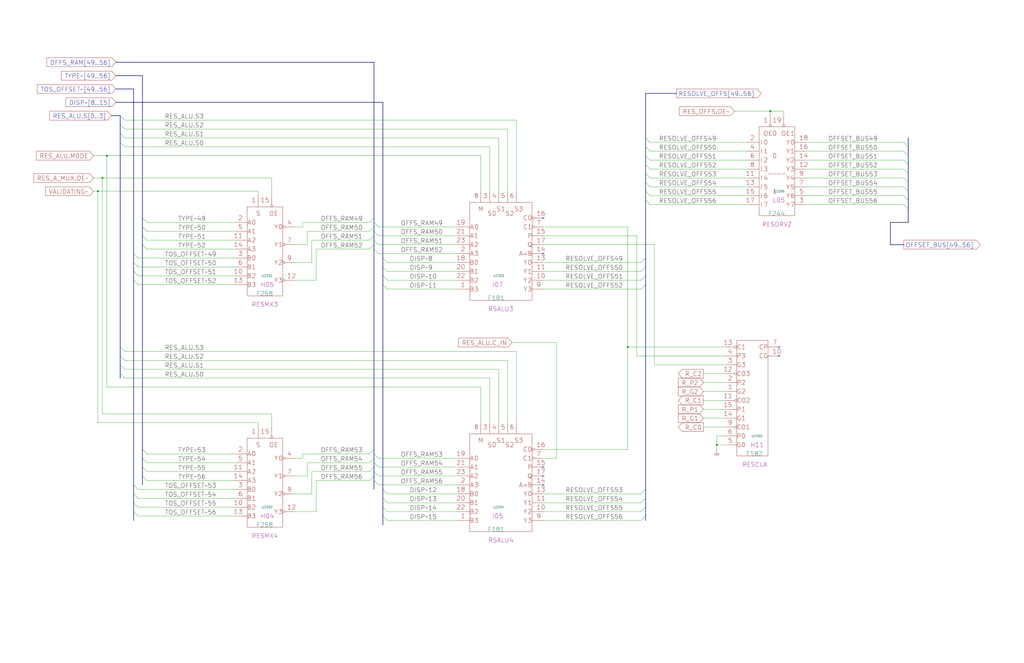
<source format=kicad_sch>
(kicad_sch (version 20211123) (generator eeschema)
  (paper "User" 584.2 378.46)
  (title_block (title "RESOLVE ALU BITS (49:56)") (date "22-MAY-90") (rev "1.0") (comment 1 "SEQUENCER") (comment 2 "232-003064") (comment 3 "S400") (comment 4 "RELEASED"))
  (lib_symbols
    (symbol "r1000:F181" (pin_numbers hide) (pin_names (offset 1.016) hide)
      (property "Reference" "U" (at 2.54 5.08 0))
      (property "Value" "F181" (at -3.81 -7.62 0))
      (property "Location" "___" (at -1.27 0 0))
      (property "Name" "______" (at 3.81 -15.24 0))
      (symbol "F181_1_1"
        (rectangle (start -13.97 46.99) (end 21.59 -8.89))
        (circle (center 22.225 33.02) (radius 0.635))
        (circle (center 22.225 38.1) (radius 0.635))
        (text "0" (at -17.78 10.16 0) (effects (font (size 2.54 2.54))))
        (text "0" (at -10.16 12.7 0) (effects (font (size 2.54 2.54))))
        (text "0" (at -10.16 33.02 0) (effects (font (size 2.54 2.54))))
        (text "0" (at 0 40.64 0) (effects (font (size 2.54 2.54))))
        (text "0" (at 20.32 12.7 0) (effects (font (size 2.54 2.54))))
        (text "0" (at 20.32 38.1 0) (effects (font (size 2.54 2.54))))
        (text "0" (at 27.94 5.08 0) (effects (font (size 2.54 2.54))))
        (text "1" (at -20.32 15.24 0) (effects (font (size 2.54 2.54))))
        (text "1" (at -20.32 35.56 0) (effects (font (size 2.54 2.54))))
        (text "1" (at -17.78 0 0) (effects (font (size 2.54 2.54))))
        (text "1" (at -17.78 30.48 0) (effects (font (size 2.54 2.54))))
        (text "1" (at -10.16 7.62 0) (effects (font (size 2.54 2.54))))
        (text "1" (at -10.16 27.94 0) (effects (font (size 2.54 2.54))))
        (text "1" (at 5.08 43.18 0) (effects (font (size 2.54 2.54))))
        (text "1" (at 20.32 7.62 0) (effects (font (size 2.54 2.54))))
        (text "1" (at 20.32 33.02 0) (effects (font (size 2.54 2.54))))
        (text "1" (at 25.4 5.08 0) (effects (font (size 2.54 2.54))))
        (text "1" (at 25.4 10.16 0) (effects (font (size 2.54 2.54))))
        (text "1" (at 25.4 15.24 0) (effects (font (size 2.54 2.54))))
        (text "1" (at 25.4 20.32 0) (effects (font (size 2.54 2.54))))
        (text "1" (at 25.4 25.4 0) (effects (font (size 2.54 2.54))))
        (text "1" (at 25.4 30.48 0) (effects (font (size 2.54 2.54))))
        (text "1" (at 25.4 40.64 0) (effects (font (size 2.54 2.54))))
        (text "1" (at 27.94 10.16 0) (effects (font (size 2.54 2.54))))
        (text "2" (at -20.32 5.08 0) (effects (font (size 2.54 2.54))))
        (text "2" (at -20.32 10.16 0) (effects (font (size 2.54 2.54))))
        (text "2" (at -20.32 25.4 0) (effects (font (size 2.54 2.54))))
        (text "2" (at -20.32 30.48 0) (effects (font (size 2.54 2.54))))
        (text "2" (at -17.78 5.08 0) (effects (font (size 2.54 2.54))))
        (text "2" (at -17.78 20.32 0) (effects (font (size 2.54 2.54))))
        (text "2" (at -10.16 2.54 0) (effects (font (size 2.54 2.54))))
        (text "2" (at -10.16 22.86 0) (effects (font (size 2.54 2.54))))
        (text "2" (at 10.16 40.64 0) (effects (font (size 2.54 2.54))))
        (text "2" (at 20.32 2.54 0) (effects (font (size 2.54 2.54))))
        (text "3" (at -17.78 25.4 0) (effects (font (size 2.54 2.54))))
        (text "3" (at -10.16 -2.54 0) (effects (font (size 2.54 2.54))))
        (text "3" (at -10.16 17.78 0) (effects (font (size 2.54 2.54))))
        (text "3" (at -5.08 50.8 0) (effects (font (size 2.54 2.54))))
        (text "3" (at 15.24 43.18 0) (effects (font (size 2.54 2.54))))
        (text "3" (at 20.32 -2.54 0) (effects (font (size 2.54 2.54))))
        (text "3" (at 27.94 15.24 0) (effects (font (size 2.54 2.54))))
        (text "4" (at 0 50.8 0) (effects (font (size 2.54 2.54))))
        (text "4" (at 27.94 20.32 0) (effects (font (size 2.54 2.54))))
        (text "5" (at 5.08 50.8 0) (effects (font (size 2.54 2.54))))
        (text "5" (at 27.94 30.48 0) (effects (font (size 2.54 2.54))))
        (text "6" (at 10.16 50.8 0) (effects (font (size 2.54 2.54))))
        (text "6" (at 27.94 40.64 0) (effects (font (size 2.54 2.54))))
        (text "7" (at 25.4 35.56 0) (effects (font (size 2.54 2.54))))
        (text "7" (at 27.94 25.4 0) (effects (font (size 2.54 2.54))))
        (text "8" (at -17.78 15.24 0) (effects (font (size 2.54 2.54))))
        (text "8" (at -10.16 50.8 0) (effects (font (size 2.54 2.54))))
        (text "9" (at -17.78 35.56 0) (effects (font (size 2.54 2.54))))
        (text "9" (at 25.4 0 0) (effects (font (size 2.54 2.54))))
        (text "=" (at 17.78 17.78 0) (effects (font (size 2.54 2.54))))
        (text "A" (at -12.7 17.78 0) (effects (font (size 2.54 2.54))))
        (text "A" (at -12.7 22.86 0) (effects (font (size 2.54 2.54))))
        (text "A" (at -12.7 27.94 0) (effects (font (size 2.54 2.54))))
        (text "A" (at -12.7 33.02 0) (effects (font (size 2.54 2.54))))
        (text "A" (at 15.24 17.78 0) (effects (font (size 2.54 2.54))))
        (text "B" (at -12.7 -2.54 0) (effects (font (size 2.54 2.54))))
        (text "B" (at -12.7 2.54 0) (effects (font (size 2.54 2.54))))
        (text "B" (at -12.7 7.62 0) (effects (font (size 2.54 2.54))))
        (text "B" (at -12.7 12.7 0) (effects (font (size 2.54 2.54))))
        (text "B" (at 20.32 17.78 0) (effects (font (size 2.54 2.54))))
        (text "C" (at 17.78 33.02 0) (effects (font (size 2.54 2.54))))
        (text "C" (at 17.78 38.1 0) (effects (font (size 2.54 2.54))))
        (text "M" (at -7.62 43.18 0) (effects (font (size 2.54 2.54))))
        (text "P" (at 20.32 27.94 0) (effects (font (size 2.54 2.54))))
        (text "Q" (at 20.32 22.86 0) (effects (font (size 2.54 2.54))))
        (text "S" (at -2.54 40.64 0) (effects (font (size 2.54 2.54))))
        (text "S" (at 2.54 43.18 0) (effects (font (size 2.54 2.54))))
        (text "S" (at 7.62 40.64 0) (effects (font (size 2.54 2.54))))
        (text "S" (at 12.7 43.18 0) (effects (font (size 2.54 2.54))))
        (text "Y" (at 17.78 -2.54 0) (effects (font (size 2.54 2.54))))
        (text "Y" (at 17.78 2.54 0) (effects (font (size 2.54 2.54))))
        (text "Y" (at 17.78 7.62 0) (effects (font (size 2.54 2.54))))
        (text "Y" (at 17.78 12.7 0) (effects (font (size 2.54 2.54))))
        (pin input line (at -20.32 -2.54 0) (length 6.35) (name "B3") (number "1"))
        (pin output line (at 27.94 2.54 180) (length 6.35) (name "Y2") (number "10"))
        (pin output line (at 27.94 7.62 180) (length 6.35) (name "Y1") (number "11"))
        (pin output line (at 27.94 12.7 180) (length 6.35) (name "Y0") (number "13"))
        (pin tri_state line (at 27.94 17.78 180) (length 6.35) (name "A=B") (number "14"))
        (pin output line (at 27.94 27.94 180) (length 6.35) (name "P") (number "15"))
        (pin output line (at 27.94 38.1 180) (length 5.08) (name "C0_") (number "16"))
        (pin output line (at 27.94 22.86 180) (length 6.35) (name "Q") (number "17"))
        (pin input line (at -20.32 12.7 0) (length 6.35) (name "B0") (number "18"))
        (pin input line (at -20.32 33.02 0) (length 6.35) (name "A0") (number "19"))
        (pin input line (at -20.32 17.78 0) (length 6.35) (name "A3") (number "2"))
        (pin input line (at -20.32 7.62 0) (length 6.35) (name "B1") (number "20"))
        (pin input line (at -20.32 27.94 0) (length 6.35) (name "A1") (number "21"))
        (pin input line (at -20.32 2.54 0) (length 6.35) (name "B2") (number "22"))
        (pin input line (at -20.32 22.86 0) (length 6.35) (name "A2") (number "23"))
        (pin input line (at -2.54 53.34 270) (length 6.35) (name "S0") (number "3"))
        (pin input line (at 2.54 53.34 270) (length 6.35) (name "S1") (number "4"))
        (pin input line (at 7.62 53.34 270) (length 6.35) (name "S2") (number "5"))
        (pin input line (at 12.7 53.34 270) (length 6.35) (name "S3") (number "6"))
        (pin input line (at 27.94 33.02 180) (length 5.08) (name "C1_") (number "7"))
        (pin input line (at -7.62 53.34 270) (length 6.35) (name "M") (number "8"))
        (pin output line (at 27.94 -2.54 180) (length 6.35) (name "Y3") (number "9"))
      )
    )
    (symbol "r1000:F182" (pin_numbers hide) (pin_names (offset 1.016) hide)
      (property "Reference" "U" (at 2.54 5.08 0))
      (property "Value" "F182" (at -3.81 -5.08 0))
      (property "Location" "___" (at -1.27 0 0))
      (property "Name" "______" (at 1.27 -12.7 0))
      (symbol "F182_1_1"
        (circle (center -9.525 10.16) (radius 0.635))
        (circle (center -9.525 25.4) (radius 0.635))
        (circle (center -9.525 40.64) (radius 0.635))
        (circle (center -9.525 55.88) (radius 0.635))
        (rectangle (start -8.89 59.69) (end 8.89 -6.35))
        (text "0" (at -5.08 0 0) (effects (font (size 2.54 2.54))))
        (text "0" (at -5.08 5.08 0) (effects (font (size 2.54 2.54))))
        (text "0" (at 15.24 53.34 0) (effects (font (size 2.54 2.54))))
        (text "1" (at -15.24 17.78 0) (effects (font (size 2.54 2.54))))
        (text "1" (at -15.24 22.86 0) (effects (font (size 2.54 2.54))))
        (text "1" (at -15.24 27.94 0) (effects (font (size 2.54 2.54))))
        (text "1" (at -15.24 43.18 0) (effects (font (size 2.54 2.54))))
        (text "1" (at -15.24 58.42 0) (effects (font (size 2.54 2.54))))
        (text "1" (at -12.7 27.94 0) (effects (font (size 2.54 2.54))))
        (text "1" (at -12.7 33.02 0) (effects (font (size 2.54 2.54))))
        (text "1" (at -5.08 15.24 0) (effects (font (size 2.54 2.54))))
        (text "1" (at -5.08 20.32 0) (effects (font (size 2.54 2.54))))
        (text "1" (at -5.08 55.88 0) (effects (font (size 2.54 2.54))))
        (text "1" (at -2.54 10.16 0) (effects (font (size 2.54 2.54))))
        (text "1" (at 12.7 53.34 0) (effects (font (size 2.54 2.54))))
        (text "2" (at -12.7 38.1 0) (effects (font (size 2.54 2.54))))
        (text "2" (at -12.7 43.18 0) (effects (font (size 2.54 2.54))))
        (text "2" (at -5.08 30.48 0) (effects (font (size 2.54 2.54))))
        (text "2" (at -5.08 35.56 0) (effects (font (size 2.54 2.54))))
        (text "2" (at -2.54 25.4 0) (effects (font (size 2.54 2.54))))
        (text "3" (at -12.7 48.26 0) (effects (font (size 2.54 2.54))))
        (text "3" (at -12.7 58.42 0) (effects (font (size 2.54 2.54))))
        (text "3" (at -5.08 45.72 0) (effects (font (size 2.54 2.54))))
        (text "3" (at -5.08 50.8 0) (effects (font (size 2.54 2.54))))
        (text "3" (at -2.54 40.64 0) (effects (font (size 2.54 2.54))))
        (text "4" (at -12.7 17.78 0) (effects (font (size 2.54 2.54))))
        (text "4" (at -12.7 53.34 0) (effects (font (size 2.54 2.54))))
        (text "5" (at -12.7 2.54 0) (effects (font (size 2.54 2.54))))
        (text "5" (at -12.7 22.86 0) (effects (font (size 2.54 2.54))))
        (text "6" (at -12.7 7.62 0) (effects (font (size 2.54 2.54))))
        (text "7" (at 12.7 58.42 0) (effects (font (size 2.54 2.54))))
        (text "9" (at -12.7 12.7 0) (effects (font (size 2.54 2.54))))
        (text "C" (at -7.62 10.16 0) (effects (font (size 2.54 2.54))))
        (text "C" (at -7.62 25.4 0) (effects (font (size 2.54 2.54))))
        (text "C" (at -7.62 40.64 0) (effects (font (size 2.54 2.54))))
        (text "C" (at -7.62 55.88 0) (effects (font (size 2.54 2.54))))
        (text "C" (at 5.08 50.8 0) (effects (font (size 2.54 2.54))))
        (text "C" (at 5.08 55.88 0) (effects (font (size 2.54 2.54))))
        (text "G" (at -7.62 0 0) (effects (font (size 2.54 2.54))))
        (text "G" (at -7.62 15.24 0) (effects (font (size 2.54 2.54))))
        (text "G" (at -7.62 30.48 0) (effects (font (size 2.54 2.54))))
        (text "G" (at -7.62 45.72 0) (effects (font (size 2.54 2.54))))
        (text "G" (at 7.62 50.8 0) (effects (font (size 2.54 2.54))))
        (text "O" (at -5.08 10.16 0) (effects (font (size 2.54 2.54))))
        (text "O" (at -5.08 25.4 0) (effects (font (size 2.54 2.54))))
        (text "O" (at -5.08 40.64 0) (effects (font (size 2.54 2.54))))
        (text "P" (at -7.62 5.08 0) (effects (font (size 2.54 2.54))))
        (text "P" (at -7.62 20.32 0) (effects (font (size 2.54 2.54))))
        (text "P" (at -7.62 35.56 0) (effects (font (size 2.54 2.54))))
        (text "P" (at -7.62 50.8 0) (effects (font (size 2.54 2.54))))
        (text "P" (at 7.62 55.88 0) (effects (font (size 2.54 2.54))))
        (pin input line (at -15.24 30.48 0) (length 6.35) (name "G2") (number "1"))
        (pin output line (at 15.24 50.8 180) (length 6.35) (name "CG") (number "10"))
        (pin output line (at -15.24 25.4 0) (length 5.08) (name "CO2_") (number "11"))
        (pin output line (at -15.24 40.64 0) (length 5.08) (name "CO3_") (number "12"))
        (pin input line (at -15.24 55.88 0) (length 5.08) (name "C1_") (number "13"))
        (pin input line (at -15.24 15.24 0) (length 6.35) (name "G1") (number "14"))
        (pin input line (at -15.24 20.32 0) (length 6.35) (name "P1") (number "15"))
        (pin input line (at -15.24 35.56 0) (length 6.35) (name "P2") (number "2"))
        (pin input line (at -15.24 45.72 0) (length 6.35) (name "G3") (number "3"))
        (pin input line (at -15.24 50.8 0) (length 6.35) (name "P3") (number "4"))
        (pin input line (at -15.24 0 0) (length 6.35) (name "G0") (number "5"))
        (pin input line (at -15.24 5.08 0) (length 6.35) (name "P0") (number "6"))
        (pin output line (at 15.24 55.88 180) (length 6.35) (name "CP") (number "7"))
        (pin output line (at -15.24 10.16 0) (length 5.08) (name "CO1_") (number "9"))
      )
    )
    (symbol "r1000:F244" (pin_numbers hide) (pin_names (offset 1.016) hide)
      (property "Reference" "U" (at 2.54 5.08 0))
      (property "Value" "F244" (at -3.81 -7.62 0))
      (property "Location" "___" (at -1.27 0 0))
      (property "Name" "______" (at 1.27 -15.24 0))
      (symbol "F244_1_1"
        (rectangle (start -8.89 41.91) (end 11.43 -8.89))
        (circle (center -2.54 42.545) (radius 0.635))
        (circle (center 5.08 42.545) (radius 0.635))
        (text "-" (at -2.54 15.24 0) (effects (font (size 2.54 2.54))))
        (text "-" (at 0 15.24 0) (effects (font (size 2.54 2.54))))
        (text "-" (at 2.54 15.24 0) (effects (font (size 2.54 2.54))))
        (text "-" (at 5.08 15.24 0) (effects (font (size 2.54 2.54))))
        (text "0" (at -5.08 33.02 0) (effects (font (size 2.54 2.54))))
        (text "0" (at 0 25.4 0) (effects (font (size 2.54 2.54))))
        (text "0" (at 0 38.1 0) (effects (font (size 2.54 2.54))))
        (text "0" (at 10.16 33.02 0) (effects (font (size 2.54 2.54))))
        (text "1" (at -15.24 0 0) (effects (font (size 2.54 2.54))))
        (text "1" (at -15.24 5.08 0) (effects (font (size 2.54 2.54))))
        (text "1" (at -15.24 10.16 0) (effects (font (size 2.54 2.54))))
        (text "1" (at -15.24 15.24 0) (effects (font (size 2.54 2.54))))
        (text "1" (at -12.7 15.24 0) (effects (font (size 2.54 2.54))))
        (text "1" (at -5.08 27.94 0) (effects (font (size 2.54 2.54))))
        (text "1" (at -5.08 45.72 0) (effects (font (size 2.54 2.54))))
        (text "1" (at 0 5.08 0) (effects (font (size 2.54 2.54))))
        (text "1" (at 0 45.72 0) (effects (font (size 2.54 2.54))))
        (text "1" (at 10.16 27.94 0) (effects (font (size 2.54 2.54))))
        (text "1" (at 10.16 38.1 0) (effects (font (size 2.54 2.54))))
        (text "1" (at 15.24 20.32 0) (effects (font (size 2.54 2.54))))
        (text "1" (at 15.24 25.4 0) (effects (font (size 2.54 2.54))))
        (text "1" (at 15.24 30.48 0) (effects (font (size 2.54 2.54))))
        (text "1" (at 15.24 35.56 0) (effects (font (size 2.54 2.54))))
        (text "2" (at -12.7 35.56 0) (effects (font (size 2.54 2.54))))
        (text "2" (at -5.08 22.86 0) (effects (font (size 2.54 2.54))))
        (text "2" (at 10.16 22.86 0) (effects (font (size 2.54 2.54))))
        (text "2" (at 17.78 20.32 0) (effects (font (size 2.54 2.54))))
        (text "3" (at -12.7 10.16 0) (effects (font (size 2.54 2.54))))
        (text "3" (at -5.08 17.78 0) (effects (font (size 2.54 2.54))))
        (text "3" (at 10.16 17.78 0) (effects (font (size 2.54 2.54))))
        (text "3" (at 15.24 0 0) (effects (font (size 2.54 2.54))))
        (text "4" (at -12.7 30.48 0) (effects (font (size 2.54 2.54))))
        (text "4" (at -5.08 12.7 0) (effects (font (size 2.54 2.54))))
        (text "4" (at 10.16 12.7 0) (effects (font (size 2.54 2.54))))
        (text "4" (at 17.78 25.4 0) (effects (font (size 2.54 2.54))))
        (text "5" (at -12.7 5.08 0) (effects (font (size 2.54 2.54))))
        (text "5" (at -5.08 7.62 0) (effects (font (size 2.54 2.54))))
        (text "5" (at 10.16 7.62 0) (effects (font (size 2.54 2.54))))
        (text "5" (at 15.24 5.08 0) (effects (font (size 2.54 2.54))))
        (text "6" (at -12.7 25.4 0) (effects (font (size 2.54 2.54))))
        (text "6" (at -5.08 2.54 0) (effects (font (size 2.54 2.54))))
        (text "6" (at 10.16 2.54 0) (effects (font (size 2.54 2.54))))
        (text "6" (at 17.78 30.48 0) (effects (font (size 2.54 2.54))))
        (text "7" (at -12.7 0 0) (effects (font (size 2.54 2.54))))
        (text "7" (at -5.08 -2.54 0) (effects (font (size 2.54 2.54))))
        (text "7" (at 10.16 -2.54 0) (effects (font (size 2.54 2.54))))
        (text "7" (at 15.24 10.16 0) (effects (font (size 2.54 2.54))))
        (text "8" (at -12.7 20.32 0) (effects (font (size 2.54 2.54))))
        (text "8" (at 17.78 35.56 0) (effects (font (size 2.54 2.54))))
        (text "9" (at 2.54 45.72 0) (effects (font (size 2.54 2.54))))
        (text "9" (at 15.24 15.24 0) (effects (font (size 2.54 2.54))))
        (text "E" (at -2.54 38.1 0) (effects (font (size 2.54 2.54))))
        (text "E" (at 7.62 38.1 0) (effects (font (size 2.54 2.54))))
        (text "I" (at -7.62 -2.54 0) (effects (font (size 2.54 2.54))))
        (text "I" (at -7.62 2.54 0) (effects (font (size 2.54 2.54))))
        (text "I" (at -7.62 7.62 0) (effects (font (size 2.54 2.54))))
        (text "I" (at -7.62 12.7 0) (effects (font (size 2.54 2.54))))
        (text "I" (at -7.62 17.78 0) (effects (font (size 2.54 2.54))))
        (text "I" (at -7.62 22.86 0) (effects (font (size 2.54 2.54))))
        (text "I" (at -7.62 27.94 0) (effects (font (size 2.54 2.54))))
        (text "I" (at -7.62 33.02 0) (effects (font (size 2.54 2.54))))
        (text "O" (at -5.08 38.1 0) (effects (font (size 2.54 2.54))))
        (text "O" (at 5.08 38.1 0) (effects (font (size 2.54 2.54))))
        (text "Y" (at 7.62 -2.54 0) (effects (font (size 2.54 2.54))))
        (text "Y" (at 7.62 2.54 0) (effects (font (size 2.54 2.54))))
        (text "Y" (at 7.62 7.62 0) (effects (font (size 2.54 2.54))))
        (text "Y" (at 7.62 12.7 0) (effects (font (size 2.54 2.54))))
        (text "Y" (at 7.62 17.78 0) (effects (font (size 2.54 2.54))))
        (text "Y" (at 7.62 22.86 0) (effects (font (size 2.54 2.54))))
        (text "Y" (at 7.62 27.94 0) (effects (font (size 2.54 2.54))))
        (text "Y" (at 7.62 33.02 0) (effects (font (size 2.54 2.54))))
        (pin input line (at -2.54 48.26 270) (length 5.08) (name "OE0_") (number "1"))
        (pin input line (at -15.24 12.7 0) (length 6.35) (name "I4") (number "11"))
        (pin tri_state line (at 17.78 17.78 180) (length 6.35) (name "Y3") (number "12"))
        (pin input line (at -15.24 7.62 0) (length 6.35) (name "I5") (number "13"))
        (pin tri_state line (at 17.78 22.86 180) (length 6.35) (name "Y2") (number "14"))
        (pin input line (at -15.24 2.54 0) (length 6.35) (name "I6") (number "15"))
        (pin tri_state line (at 17.78 27.94 180) (length 6.35) (name "Y1") (number "16"))
        (pin input line (at -15.24 -2.54 0) (length 6.35) (name "I7") (number "17"))
        (pin tri_state line (at 17.78 33.02 180) (length 6.35) (name "Y0") (number "18"))
        (pin input line (at 5.08 48.26 270) (length 5.08) (name "OE1_") (number "19"))
        (pin input line (at -15.24 33.02 0) (length 6.35) (name "I0") (number "2"))
        (pin tri_state line (at 17.78 -2.54 180) (length 6.35) (name "Y7") (number "3"))
        (pin input line (at -15.24 27.94 0) (length 6.35) (name "I1") (number "4"))
        (pin tri_state line (at 17.78 2.54 180) (length 6.35) (name "Y6") (number "5"))
        (pin input line (at -15.24 22.86 0) (length 6.35) (name "I2") (number "6"))
        (pin tri_state line (at 17.78 7.62 180) (length 6.35) (name "Y5") (number "7"))
        (pin input line (at -15.24 17.78 0) (length 6.35) (name "I3") (number "8"))
        (pin tri_state line (at 17.78 12.7 180) (length 6.35) (name "Y4") (number "9"))
      )
    )
    (symbol "r1000:F258" (pin_numbers hide) (pin_names (offset 1.016) hide)
      (property "Reference" "U" (at 2.54 5.08 0))
      (property "Value" "F258" (at -3.81 -5.08 0))
      (property "Location" "___" (at -1.27 0 0))
      (property "Name" "______" (at 1.27 -12.7 0))
      (symbol "F258_1_1"
        (rectangle (start -8.89 44.45) (end 11.43 -6.35))
        (circle (center 5.08 45.085) (radius 0.635))
        (circle (center 12.065 2.54) (radius 0.635))
        (circle (center 12.065 12.7) (radius 0.635))
        (circle (center 12.065 22.86) (radius 0.635))
        (circle (center 12.065 33.02) (radius 0.635))
        (text "0" (at -12.7 7.62 0) (effects (font (size 2.54 2.54))))
        (text "0" (at -5.08 15.24 0) (effects (font (size 2.54 2.54))))
        (text "0" (at -5.08 35.56 0) (effects (font (size 2.54 2.54))))
        (text "0" (at 10.16 33.02 0) (effects (font (size 2.54 2.54))))
        (text "1" (at -15.24 2.54 0) (effects (font (size 2.54 2.54))))
        (text "1" (at -15.24 7.62 0) (effects (font (size 2.54 2.54))))
        (text "1" (at -15.24 22.86 0) (effects (font (size 2.54 2.54))))
        (text "1" (at -15.24 27.94 0) (effects (font (size 2.54 2.54))))
        (text "1" (at -12.7 27.94 0) (effects (font (size 2.54 2.54))))
        (text "1" (at -5.08 10.16 0) (effects (font (size 2.54 2.54))))
        (text "1" (at -5.08 30.48 0) (effects (font (size 2.54 2.54))))
        (text "1" (at -5.08 48.26 0) (effects (font (size 2.54 2.54))))
        (text "1" (at 0 48.26 0) (effects (font (size 2.54 2.54))))
        (text "1" (at 10.16 22.86 0) (effects (font (size 2.54 2.54))))
        (text "1" (at 15.24 5.08 0) (effects (font (size 2.54 2.54))))
        (text "2" (at -12.7 38.1 0) (effects (font (size 2.54 2.54))))
        (text "2" (at -5.08 5.08 0) (effects (font (size 2.54 2.54))))
        (text "2" (at -5.08 25.4 0) (effects (font (size 2.54 2.54))))
        (text "2" (at 10.16 12.7 0) (effects (font (size 2.54 2.54))))
        (text "2" (at 17.78 5.08 0) (effects (font (size 2.54 2.54))))
        (text "3" (at -12.7 2.54 0) (effects (font (size 2.54 2.54))))
        (text "3" (at -12.7 17.78 0) (effects (font (size 2.54 2.54))))
        (text "3" (at -5.08 0 0) (effects (font (size 2.54 2.54))))
        (text "3" (at -5.08 20.32 0) (effects (font (size 2.54 2.54))))
        (text "3" (at 10.16 2.54 0) (effects (font (size 2.54 2.54))))
        (text "4" (at -12.7 22.86 0) (effects (font (size 2.54 2.54))))
        (text "4" (at 15.24 35.56 0) (effects (font (size 2.54 2.54))))
        (text "5" (at -12.7 33.02 0) (effects (font (size 2.54 2.54))))
        (text "5" (at 2.54 48.26 0) (effects (font (size 2.54 2.54))))
        (text "6" (at -12.7 12.7 0) (effects (font (size 2.54 2.54))))
        (text "7" (at 15.24 25.4 0) (effects (font (size 2.54 2.54))))
        (text "9" (at 15.24 15.24 0) (effects (font (size 2.54 2.54))))
        (text "A" (at -7.62 20.32 0) (effects (font (size 2.54 2.54))))
        (text "A" (at -7.62 25.4 0) (effects (font (size 2.54 2.54))))
        (text "A" (at -7.62 30.48 0) (effects (font (size 2.54 2.54))))
        (text "A" (at -7.62 35.56 0) (effects (font (size 2.54 2.54))))
        (text "B" (at -7.62 0 0) (effects (font (size 2.54 2.54))))
        (text "B" (at -7.62 5.08 0) (effects (font (size 2.54 2.54))))
        (text "B" (at -7.62 10.16 0) (effects (font (size 2.54 2.54))))
        (text "B" (at -7.62 15.24 0) (effects (font (size 2.54 2.54))))
        (text "E" (at 7.62 40.64 0) (effects (font (size 2.54 2.54))))
        (text "O" (at 5.08 40.64 0) (effects (font (size 2.54 2.54))))
        (text "S" (at -2.54 40.64 0) (effects (font (size 2.54 2.54))))
        (text "Y" (at 7.62 2.54 0) (effects (font (size 2.54 2.54))))
        (text "Y" (at 7.62 12.7 0) (effects (font (size 2.54 2.54))))
        (text "Y" (at 7.62 22.86 0) (effects (font (size 2.54 2.54))))
        (text "Y" (at 7.62 33.02 0) (effects (font (size 2.54 2.54))))
        (pin input line (at -2.54 50.8 270) (length 6.35) (name "S") (number "1"))
        (pin input line (at -15.24 5.08 0) (length 6.35) (name "B2") (number "10"))
        (pin input line (at -15.24 25.4 0) (length 6.35) (name "A2") (number "11"))
        (pin tri_state line (at 17.78 2.54 180) (length 5.08) (name "Y3_") (number "12"))
        (pin input line (at -15.24 0 0) (length 6.35) (name "B3") (number "13"))
        (pin input line (at -15.24 20.32 0) (length 6.35) (name "A3") (number "14"))
        (pin input line (at 5.08 50.8 270) (length 5.08) (name "OE_") (number "15"))
        (pin input line (at -15.24 35.56 0) (length 6.35) (name "A0") (number "2"))
        (pin input line (at -15.24 15.24 0) (length 6.35) (name "B0") (number "3"))
        (pin tri_state line (at 17.78 33.02 180) (length 5.08) (name "Y0_") (number "4"))
        (pin input line (at -15.24 30.48 0) (length 6.35) (name "A1") (number "5"))
        (pin input line (at -15.24 10.16 0) (length 6.35) (name "B1") (number "6"))
        (pin tri_state line (at 17.78 22.86 180) (length 5.08) (name "Y1_") (number "7"))
        (pin tri_state line (at 17.78 12.7 180) (length 5.08) (name "Y2_") (number "9"))
      )
    )
    (symbol "r1000:PD" (power) (pin_numbers hide) (pin_names hide) (in_bom no)
      (symbol "PD_0_1"
        (polyline (pts (xy 0 -2.54) (xy 1.27 -2.54) (xy 0 -3.81) (xy -1.27 -2.54) (xy 0 -2.54)) (stroke (width 0.1524)))
      )
      (symbol "PD_1_1"
        (pin power_in line (at 0 0 270) (length 2.54) (name "PD") (number "1"))
      )
    )
  )
  (bus (pts (xy 213.36 124.46) (xy 213.36 127)))
  (bus (pts (xy 213.36 127) (xy 213.36 129.54)))
  (bus (pts (xy 213.36 129.54) (xy 213.36 132.08)))
  (bus (pts (xy 213.36 132.08) (xy 213.36 134.62)))
  (bus (pts (xy 213.36 134.62) (xy 213.36 137.16)))
  (bus (pts (xy 213.36 137.16) (xy 213.36 139.7)))
  (bus (pts (xy 213.36 139.7) (xy 213.36 142.24)))
  (bus (pts (xy 213.36 142.24) (xy 213.36 256.54)))
  (bus (pts (xy 213.36 256.54) (xy 213.36 259.08)))
  (bus (pts (xy 213.36 259.08) (xy 213.36 261.62)))
  (bus (pts (xy 213.36 261.62) (xy 213.36 264.16)))
  (bus (pts (xy 213.36 264.16) (xy 213.36 266.7)))
  (bus (pts (xy 213.36 266.7) (xy 213.36 269.24)))
  (bus (pts (xy 213.36 269.24) (xy 213.36 271.78)))
  (bus (pts (xy 213.36 271.78) (xy 213.36 274.32)))
  (bus (pts (xy 213.36 274.32) (xy 213.36 279.4)))
  (bus (pts (xy 213.36 35.56) (xy 213.36 124.46)))
  (bus (pts (xy 218.44 147.32) (xy 218.44 152.4)))
  (bus (pts (xy 218.44 152.4) (xy 218.44 157.48)))
  (bus (pts (xy 218.44 157.48) (xy 218.44 162.56)))
  (bus (pts (xy 218.44 162.56) (xy 218.44 279.4)))
  (bus (pts (xy 218.44 279.4) (xy 218.44 284.48)))
  (bus (pts (xy 218.44 284.48) (xy 218.44 289.56)))
  (bus (pts (xy 218.44 289.56) (xy 218.44 294.64)))
  (bus (pts (xy 218.44 294.64) (xy 218.44 299.72)))
  (bus (pts (xy 218.44 58.42) (xy 218.44 147.32)))
  (bus (pts (xy 368.3 104.14) (xy 368.3 109.22)))
  (bus (pts (xy 368.3 109.22) (xy 368.3 114.3)))
  (bus (pts (xy 368.3 114.3) (xy 368.3 147.32)))
  (bus (pts (xy 368.3 147.32) (xy 368.3 152.4)))
  (bus (pts (xy 368.3 152.4) (xy 368.3 157.48)))
  (bus (pts (xy 368.3 157.48) (xy 368.3 162.56)))
  (bus (pts (xy 368.3 162.56) (xy 368.3 279.4)))
  (bus (pts (xy 368.3 279.4) (xy 368.3 284.48)))
  (bus (pts (xy 368.3 284.48) (xy 368.3 289.56)))
  (bus (pts (xy 368.3 289.56) (xy 368.3 294.64)))
  (bus (pts (xy 368.3 294.64) (xy 368.3 297.18)))
  (bus (pts (xy 368.3 53.34) (xy 368.3 78.74)))
  (bus (pts (xy 368.3 53.34) (xy 386.08 53.34)))
  (bus (pts (xy 368.3 78.74) (xy 368.3 83.82)))
  (bus (pts (xy 368.3 83.82) (xy 368.3 88.9)))
  (bus (pts (xy 368.3 88.9) (xy 368.3 93.98)))
  (bus (pts (xy 368.3 93.98) (xy 368.3 99.06)))
  (bus (pts (xy 368.3 99.06) (xy 368.3 104.14)))
  (bus (pts (xy 508 127) (xy 518.16 127)))
  (bus (pts (xy 508 139.7) (xy 508 127)))
  (bus (pts (xy 508 139.7) (xy 515.62 139.7)))
  (bus (pts (xy 518.16 104.14) (xy 518.16 109.22)))
  (bus (pts (xy 518.16 109.22) (xy 518.16 114.3)))
  (bus (pts (xy 518.16 114.3) (xy 518.16 119.38)))
  (bus (pts (xy 518.16 119.38) (xy 518.16 127)))
  (bus (pts (xy 518.16 78.74) (xy 518.16 83.82)))
  (bus (pts (xy 518.16 83.82) (xy 518.16 88.9)))
  (bus (pts (xy 518.16 88.9) (xy 518.16 93.98)))
  (bus (pts (xy 518.16 93.98) (xy 518.16 99.06)))
  (bus (pts (xy 518.16 99.06) (xy 518.16 104.14)))
  (bus (pts (xy 63.5 66.04) (xy 68.58 66.04)))
  (bus (pts (xy 66.04 35.56) (xy 213.36 35.56)))
  (bus (pts (xy 66.04 43.18) (xy 81.28 43.18)))
  (bus (pts (xy 66.04 50.8) (xy 76.2 50.8)))
  (bus (pts (xy 66.04 58.42) (xy 218.44 58.42)))
  (bus (pts (xy 68.58 198.12) (xy 68.58 203.2)))
  (bus (pts (xy 68.58 203.2) (xy 68.58 208.28)))
  (bus (pts (xy 68.58 208.28) (xy 68.58 213.36)))
  (bus (pts (xy 68.58 213.36) (xy 68.58 215.9)))
  (bus (pts (xy 68.58 66.04) (xy 68.58 71.12)))
  (bus (pts (xy 68.58 71.12) (xy 68.58 76.2)))
  (bus (pts (xy 68.58 76.2) (xy 68.58 81.28)))
  (bus (pts (xy 68.58 81.28) (xy 68.58 198.12)))
  (bus (pts (xy 76.2 144.78) (xy 76.2 149.86)))
  (bus (pts (xy 76.2 149.86) (xy 76.2 154.94)))
  (bus (pts (xy 76.2 154.94) (xy 76.2 160.02)))
  (bus (pts (xy 76.2 160.02) (xy 76.2 276.86)))
  (bus (pts (xy 76.2 276.86) (xy 76.2 281.94)))
  (bus (pts (xy 76.2 281.94) (xy 76.2 287.02)))
  (bus (pts (xy 76.2 287.02) (xy 76.2 292.1)))
  (bus (pts (xy 76.2 292.1) (xy 76.2 297.18)))
  (bus (pts (xy 76.2 50.8) (xy 76.2 144.78)))
  (bus (pts (xy 81.28 124.46) (xy 81.28 129.54)))
  (bus (pts (xy 81.28 129.54) (xy 81.28 134.62)))
  (bus (pts (xy 81.28 134.62) (xy 81.28 139.7)))
  (bus (pts (xy 81.28 139.7) (xy 81.28 256.54)))
  (bus (pts (xy 81.28 256.54) (xy 81.28 261.62)))
  (bus (pts (xy 81.28 261.62) (xy 81.28 266.7)))
  (bus (pts (xy 81.28 266.7) (xy 81.28 271.78)))
  (bus (pts (xy 81.28 271.78) (xy 81.28 276.86)))
  (bus (pts (xy 81.28 43.18) (xy 81.28 124.46)))
  (wire (pts (xy 147.32 109.22) (xy 147.32 111.76)))
  (wire (pts (xy 147.32 241.3) (xy 55.88 241.3)))
  (wire (pts (xy 147.32 243.84) (xy 147.32 241.3)))
  (wire (pts (xy 154.94 101.6) (xy 154.94 111.76)))
  (wire (pts (xy 154.94 236.22) (xy 58.42 236.22)))
  (wire (pts (xy 154.94 243.84) (xy 154.94 236.22)))
  (wire (pts (xy 167.64 129.54) (xy 172.72 129.54)))
  (wire (pts (xy 167.64 139.7) (xy 175.26 139.7)))
  (wire (pts (xy 167.64 149.86) (xy 177.8 149.86)))
  (wire (pts (xy 167.64 160.02) (xy 180.34 160.02)))
  (wire (pts (xy 167.64 261.62) (xy 172.72 261.62)))
  (wire (pts (xy 167.64 271.78) (xy 175.26 271.78)))
  (wire (pts (xy 167.64 281.94) (xy 177.8 281.94)))
  (wire (pts (xy 167.64 292.1) (xy 180.34 292.1)))
  (wire (pts (xy 172.72 127) (xy 210.82 127)))
  (wire (pts (xy 172.72 129.54) (xy 172.72 127)))
  (wire (pts (xy 172.72 259.08) (xy 210.82 259.08)))
  (wire (pts (xy 172.72 261.62) (xy 172.72 259.08)))
  (wire (pts (xy 175.26 132.08) (xy 210.82 132.08)))
  (wire (pts (xy 175.26 139.7) (xy 175.26 132.08)))
  (wire (pts (xy 175.26 264.16) (xy 210.82 264.16)))
  (wire (pts (xy 175.26 271.78) (xy 175.26 264.16)))
  (wire (pts (xy 177.8 137.16) (xy 210.82 137.16)))
  (wire (pts (xy 177.8 149.86) (xy 177.8 137.16)))
  (wire (pts (xy 177.8 269.24) (xy 210.82 269.24)))
  (wire (pts (xy 177.8 281.94) (xy 177.8 269.24)))
  (wire (pts (xy 180.34 142.24) (xy 210.82 142.24)))
  (wire (pts (xy 180.34 160.02) (xy 180.34 142.24)))
  (wire (pts (xy 180.34 274.32) (xy 210.82 274.32)))
  (wire (pts (xy 180.34 292.1) (xy 180.34 274.32)))
  (wire (pts (xy 215.9 129.54) (xy 261.62 129.54)))
  (wire (pts (xy 215.9 134.62) (xy 261.62 134.62)))
  (wire (pts (xy 215.9 139.7) (xy 261.62 139.7)))
  (wire (pts (xy 215.9 144.78) (xy 261.62 144.78)))
  (wire (pts (xy 215.9 261.62) (xy 261.62 261.62)))
  (wire (pts (xy 215.9 266.7) (xy 261.62 266.7)))
  (wire (pts (xy 215.9 271.78) (xy 261.62 271.78)))
  (wire (pts (xy 215.9 276.86) (xy 261.62 276.86)))
  (wire (pts (xy 220.98 149.86) (xy 261.62 149.86)))
  (wire (pts (xy 220.98 154.94) (xy 261.62 154.94)))
  (wire (pts (xy 220.98 160.02) (xy 261.62 160.02)))
  (wire (pts (xy 220.98 165.1) (xy 261.62 165.1)))
  (wire (pts (xy 220.98 281.94) (xy 261.62 281.94)))
  (wire (pts (xy 220.98 287.02) (xy 261.62 287.02)))
  (wire (pts (xy 220.98 292.1) (xy 261.62 292.1)))
  (wire (pts (xy 220.98 297.18) (xy 261.62 297.18)))
  (wire (pts (xy 274.32 220.98) (xy 60.96 220.98)))
  (wire (pts (xy 274.32 241.3) (xy 274.32 220.98)))
  (wire (pts (xy 274.32 88.9) (xy 274.32 109.22)))
  (wire (pts (xy 279.4 109.22) (xy 279.4 83.82)))
  (wire (pts (xy 279.4 241.3) (xy 279.4 215.9)))
  (wire (pts (xy 284.48 109.22) (xy 284.48 78.74)))
  (wire (pts (xy 284.48 241.3) (xy 284.48 210.82)))
  (wire (pts (xy 289.56 109.22) (xy 289.56 73.66)))
  (wire (pts (xy 289.56 241.3) (xy 289.56 205.74)))
  (wire (pts (xy 292.1 195.58) (xy 317.5 195.58)))
  (wire (pts (xy 294.64 109.22) (xy 294.64 68.58)))
  (wire (pts (xy 294.64 200.66) (xy 71.12 200.66)))
  (wire (pts (xy 294.64 241.3) (xy 294.64 200.66)))
  (wire (pts (xy 294.64 68.58) (xy 71.12 68.58)))
  (wire (pts (xy 309.88 129.54) (xy 358.14 129.54)))
  (wire (pts (xy 309.88 134.62) (xy 363.22 134.62)))
  (wire (pts (xy 309.88 139.7) (xy 373.38 139.7)))
  (wire (pts (xy 309.88 149.86) (xy 365.76 149.86)))
  (wire (pts (xy 309.88 154.94) (xy 365.76 154.94)))
  (wire (pts (xy 309.88 160.02) (xy 365.76 160.02)))
  (wire (pts (xy 309.88 165.1) (xy 365.76 165.1)))
  (wire (pts (xy 309.88 256.54) (xy 358.14 256.54)))
  (wire (pts (xy 309.88 281.94) (xy 365.76 281.94)))
  (wire (pts (xy 309.88 287.02) (xy 365.76 287.02)))
  (wire (pts (xy 309.88 292.1) (xy 365.76 292.1)))
  (wire (pts (xy 309.88 297.18) (xy 365.76 297.18)))
  (wire (pts (xy 317.5 195.58) (xy 317.5 261.62)))
  (wire (pts (xy 317.5 261.62) (xy 309.88 261.62)))
  (wire (pts (xy 358.14 129.54) (xy 358.14 198.12)))
  (wire (pts (xy 358.14 198.12) (xy 414.02 198.12)))
  (wire (pts (xy 358.14 256.54) (xy 358.14 198.12)))
  (wire (pts (xy 363.22 134.62) (xy 363.22 203.2)))
  (wire (pts (xy 363.22 203.2) (xy 414.02 203.2)))
  (wire (pts (xy 370.84 101.6) (xy 426.72 101.6)))
  (wire (pts (xy 370.84 106.68) (xy 426.72 106.68)))
  (wire (pts (xy 370.84 111.76) (xy 426.72 111.76)))
  (wire (pts (xy 370.84 116.84) (xy 426.72 116.84)))
  (wire (pts (xy 370.84 81.28) (xy 426.72 81.28)))
  (wire (pts (xy 370.84 86.36) (xy 426.72 86.36)))
  (wire (pts (xy 370.84 91.44) (xy 426.72 91.44)))
  (wire (pts (xy 370.84 96.52) (xy 426.72 96.52)))
  (wire (pts (xy 373.38 139.7) (xy 373.38 208.28)))
  (wire (pts (xy 373.38 208.28) (xy 414.02 208.28)))
  (wire (pts (xy 401.32 213.36) (xy 414.02 213.36)))
  (wire (pts (xy 401.32 218.44) (xy 414.02 218.44)))
  (wire (pts (xy 401.32 223.52) (xy 414.02 223.52)))
  (wire (pts (xy 401.32 228.6) (xy 414.02 228.6)))
  (wire (pts (xy 401.32 233.68) (xy 414.02 233.68)))
  (wire (pts (xy 401.32 238.76) (xy 414.02 238.76)))
  (wire (pts (xy 401.32 243.84) (xy 414.02 243.84)))
  (wire (pts (xy 408.94 248.92) (xy 408.94 254)))
  (wire (pts (xy 408.94 254) (xy 408.94 256.54)))
  (wire (pts (xy 408.94 254) (xy 414.02 254)))
  (wire (pts (xy 414.02 248.92) (xy 408.94 248.92)))
  (wire (pts (xy 419.1 63.5) (xy 439.42 63.5)))
  (wire (pts (xy 439.42 63.5) (xy 439.42 66.04)))
  (wire (pts (xy 439.42 63.5) (xy 447.04 63.5)))
  (wire (pts (xy 447.04 66.04) (xy 447.04 63.5)))
  (wire (pts (xy 459.74 101.6) (xy 515.62 101.6)))
  (wire (pts (xy 459.74 106.68) (xy 515.62 106.68)))
  (wire (pts (xy 459.74 111.76) (xy 515.62 111.76)))
  (wire (pts (xy 459.74 116.84) (xy 515.62 116.84)))
  (wire (pts (xy 459.74 81.28) (xy 515.62 81.28)))
  (wire (pts (xy 459.74 86.36) (xy 515.62 86.36)))
  (wire (pts (xy 459.74 91.44) (xy 515.62 91.44)))
  (wire (pts (xy 459.74 96.52) (xy 515.62 96.52)))
  (wire (pts (xy 53.34 101.6) (xy 58.42 101.6)))
  (wire (pts (xy 53.34 109.22) (xy 55.88 109.22)))
  (wire (pts (xy 53.34 88.9) (xy 60.96 88.9)))
  (wire (pts (xy 55.88 109.22) (xy 147.32 109.22)))
  (wire (pts (xy 55.88 241.3) (xy 55.88 109.22)))
  (wire (pts (xy 58.42 101.6) (xy 154.94 101.6)))
  (wire (pts (xy 58.42 236.22) (xy 58.42 101.6)))
  (wire (pts (xy 60.96 220.98) (xy 60.96 88.9)))
  (wire (pts (xy 60.96 88.9) (xy 274.32 88.9)))
  (wire (pts (xy 71.12 205.74) (xy 289.56 205.74)))
  (wire (pts (xy 71.12 210.82) (xy 284.48 210.82)))
  (wire (pts (xy 71.12 215.9) (xy 279.4 215.9)))
  (wire (pts (xy 71.12 73.66) (xy 289.56 73.66)))
  (wire (pts (xy 71.12 78.74) (xy 284.48 78.74)))
  (wire (pts (xy 71.12 83.82) (xy 279.4 83.82)))
  (wire (pts (xy 78.74 147.32) (xy 134.62 147.32)))
  (wire (pts (xy 78.74 152.4) (xy 134.62 152.4)))
  (wire (pts (xy 78.74 157.48) (xy 134.62 157.48)))
  (wire (pts (xy 78.74 162.56) (xy 134.62 162.56)))
  (wire (pts (xy 78.74 279.4) (xy 134.62 279.4)))
  (wire (pts (xy 78.74 284.48) (xy 134.62 284.48)))
  (wire (pts (xy 78.74 289.56) (xy 134.62 289.56)))
  (wire (pts (xy 78.74 294.64) (xy 134.62 294.64)))
  (wire (pts (xy 83.82 127) (xy 134.62 127)))
  (wire (pts (xy 83.82 132.08) (xy 134.62 132.08)))
  (wire (pts (xy 83.82 137.16) (xy 134.62 137.16)))
  (wire (pts (xy 83.82 142.24) (xy 134.62 142.24)))
  (wire (pts (xy 83.82 259.08) (xy 134.62 259.08)))
  (wire (pts (xy 83.82 264.16) (xy 134.62 264.16)))
  (wire (pts (xy 83.82 269.24) (xy 134.62 269.24)))
  (wire (pts (xy 83.82 274.32) (xy 134.62 274.32)))
  (global_label "RES_ALU.MODE" (shape input) (at 53.34 88.9 180) (effects (font (size 2.54 2.54))) (property "Intersheet References" "${INTERSHEET_REFS}" (at 20.8159 88.7413 0) (effects (font (size 2.54 2.54)) (justify right))))
  (global_label "RES_A_MUX.OE~" (shape input) (at 53.34 101.6 180) (effects (font (size 2.54 2.54))) (property "Intersheet References" "${INTERSHEET_REFS}" (at 19.2435 101.4413 0) (effects (font (size 2.54 2.54)) (justify right))))
  (global_label "VALIDATING~" (shape input) (at 53.34 109.22 180) (effects (font (size 2.54 2.54))) (property "Intersheet References" "${INTERSHEET_REFS}" (at 26.0169 109.0613 0) (effects (font (size 2.54 2.54)) (justify right))))
  (junction (at 55.88 109.22))
  (junction (at 58.42 101.6))
  (junction (at 60.96 88.9))
  (global_label "RES_ALU.S[0..3]" (shape input) (at 63.5 66.04 180) (effects (font (size 2.54 2.54))) (property "Intersheet References" "${INTERSHEET_REFS}" (at 28.315 65.8813 0) (effects (font (size 2.54 2.54)) (justify right))))
  (global_label "OFFS_RAM[49..56]" (shape input) (at 66.04 35.56 180) (effects (font (size 2.54 2.54))) (property "Intersheet References" "${INTERSHEET_REFS}" (at 26.7426 35.4013 0) (effects (font (size 2.54 2.54)) (justify right))))
  (global_label "TYPE~[49..56]" (shape input) (at 66.04 43.18 180) (effects (font (size 2.54 2.54))) (property "Intersheet References" "${INTERSHEET_REFS}" (at 34.9673 43.0213 0) (effects (font (size 2.54 2.54)) (justify right))))
  (global_label "TOS_OFFSET~[49..56]" (shape input) (at 66.04 50.8 180) (effects (font (size 2.54 2.54))) (property "Intersheet References" "${INTERSHEET_REFS}" (at 21.2997 50.6413 0) (effects (font (size 2.54 2.54)) (justify right))))
  (global_label "DISP~[8..15]" (shape input) (at 66.04 58.42 180) (effects (font (size 2.54 2.54))) (property "Intersheet References" "${INTERSHEET_REFS}" (at 37.6283 58.2613 0) (effects (font (size 2.54 2.54)) (justify right))))
  (bus_entry (at 68.58 66.04) (size 2.54 2.54))
  (bus_entry (at 68.58 71.12) (size 2.54 2.54))
  (bus_entry (at 68.58 76.2) (size 2.54 2.54))
  (bus_entry (at 68.58 81.28) (size 2.54 2.54))
  (bus_entry (at 68.58 198.12) (size 2.54 2.54))
  (bus_entry (at 68.58 203.2) (size 2.54 2.54))
  (bus_entry (at 68.58 208.28) (size 2.54 2.54))
  (bus_entry (at 68.58 213.36) (size 2.54 2.54))
  (bus_entry (at 76.2 144.78) (size 2.54 2.54))
  (bus_entry (at 76.2 149.86) (size 2.54 2.54))
  (bus_entry (at 76.2 154.94) (size 2.54 2.54))
  (bus_entry (at 76.2 160.02) (size 2.54 2.54))
  (bus_entry (at 76.2 276.86) (size 2.54 2.54))
  (bus_entry (at 76.2 281.94) (size 2.54 2.54))
  (bus_entry (at 76.2 287.02) (size 2.54 2.54))
  (bus_entry (at 76.2 292.1) (size 2.54 2.54))
  (bus_entry (at 81.28 124.46) (size 2.54 2.54))
  (bus_entry (at 81.28 129.54) (size 2.54 2.54))
  (bus_entry (at 81.28 134.62) (size 2.54 2.54))
  (bus_entry (at 81.28 139.7) (size 2.54 2.54))
  (bus_entry (at 81.28 256.54) (size 2.54 2.54))
  (bus_entry (at 81.28 261.62) (size 2.54 2.54))
  (bus_entry (at 81.28 266.7) (size 2.54 2.54))
  (bus_entry (at 81.28 271.78) (size 2.54 2.54))
  (label "RES_ALU.S3" (at 93.98 68.58 0) (effects (font (size 2.54 2.54))))
  (label "RES_ALU.S2" (at 93.98 73.66 0) (effects (font (size 2.54 2.54))))
  (label "RES_ALU.S1" (at 93.98 78.74 0) (effects (font (size 2.54 2.54))))
  (label "RES_ALU.S0" (at 93.98 83.82 0) (effects (font (size 2.54 2.54))))
  (label "TOS_OFFSET~49" (at 93.98 147.32 0) (effects (font (size 2.54 2.54))))
  (label "TOS_OFFSET~50" (at 93.98 152.4 0) (effects (font (size 2.54 2.54))))
  (label "TOS_OFFSET~51" (at 93.98 157.48 0) (effects (font (size 2.54 2.54))))
  (label "TOS_OFFSET~52" (at 93.98 162.56 0) (effects (font (size 2.54 2.54))))
  (label "RES_ALU.S3" (at 93.98 200.66 0) (effects (font (size 2.54 2.54))))
  (label "RES_ALU.S2" (at 93.98 205.74 0) (effects (font (size 2.54 2.54))))
  (label "RES_ALU.S1" (at 93.98 210.82 0) (effects (font (size 2.54 2.54))))
  (label "RES_ALU.S0" (at 93.98 215.9 0) (effects (font (size 2.54 2.54))))
  (label "TOS_OFFSET~53" (at 93.98 279.4 0) (effects (font (size 2.54 2.54))))
  (label "TOS_OFFSET~54" (at 93.98 284.48 0) (effects (font (size 2.54 2.54))))
  (label "TOS_OFFSET~55" (at 93.98 289.56 0) (effects (font (size 2.54 2.54))))
  (label "TOS_OFFSET~56" (at 93.98 294.64 0) (effects (font (size 2.54 2.54))))
  (label "TYPE~49" (at 101.6 127 0) (effects (font (size 2.54 2.54))))
  (label "TYPE~50" (at 101.6 132.08 0) (effects (font (size 2.54 2.54))))
  (label "TYPE~51" (at 101.6 137.16 0) (effects (font (size 2.54 2.54))))
  (label "TYPE~52" (at 101.6 142.24 0) (effects (font (size 2.54 2.54))))
  (label "TYPE~53" (at 101.6 259.08 0) (effects (font (size 2.54 2.54))))
  (label "TYPE~54" (at 101.6 264.16 0) (effects (font (size 2.54 2.54))))
  (label "TYPE~55" (at 101.6 269.24 0) (effects (font (size 2.54 2.54))))
  (label "TYPE~56" (at 101.6 274.32 0) (effects (font (size 2.54 2.54))))
  (symbol (lib_id "r1000:F258") (at 149.86 162.56 0) (unit 1)
    (property "Reference" "U2201" (at 152.4 157.48 0))
    (property "Value" "F258" (at 146.05 167.64 0) (effects (font (size 2.54 2.54)) (justify left)))
    (property "Location" "H05" (at 148.59 162.56 0) (effects (font (size 2.54 2.54)) (justify left)))
    (property "Name" "RESMX3" (at 151.13 175.26 0) (effects (font (size 2.54 2.54)) (justify bottom)))
  )
  (symbol (lib_id "r1000:F258") (at 149.86 294.64 0) (unit 1)
    (property "Reference" "U2202" (at 152.4 289.56 0))
    (property "Value" "F258" (at 146.05 299.72 0) (effects (font (size 2.54 2.54)) (justify left)))
    (property "Location" "H04" (at 148.59 294.64 0) (effects (font (size 2.54 2.54)) (justify left)))
    (property "Name" "RESMX4" (at 151.13 307.34 0) (effects (font (size 2.54 2.54)) (justify bottom)))
  )
  (label "OFFS_RAM49" (at 182.88 127 0) (effects (font (size 2.54 2.54))))
  (label "OFFS_RAM50" (at 182.88 132.08 0) (effects (font (size 2.54 2.54))))
  (label "OFFS_RAM51" (at 182.88 137.16 0) (effects (font (size 2.54 2.54))))
  (label "OFFS_RAM52" (at 182.88 142.24 0) (effects (font (size 2.54 2.54))))
  (label "OFFS_RAM53" (at 182.88 259.08 0) (effects (font (size 2.54 2.54))))
  (label "OFFS_RAM54" (at 182.88 264.16 0) (effects (font (size 2.54 2.54))))
  (label "OFFS_RAM55" (at 182.88 269.24 0) (effects (font (size 2.54 2.54))))
  (label "OFFS_RAM56" (at 182.88 274.32 0) (effects (font (size 2.54 2.54))))
  (bus_entry (at 213.36 124.46) (size -2.54 2.54))
  (bus_entry (at 213.36 127) (size 2.54 2.54))
  (bus_entry (at 213.36 129.54) (size -2.54 2.54))
  (bus_entry (at 213.36 132.08) (size 2.54 2.54))
  (bus_entry (at 213.36 134.62) (size -2.54 2.54))
  (bus_entry (at 213.36 137.16) (size 2.54 2.54))
  (bus_entry (at 213.36 139.7) (size -2.54 2.54))
  (bus_entry (at 213.36 142.24) (size 2.54 2.54))
  (bus_entry (at 213.36 256.54) (size -2.54 2.54))
  (bus_entry (at 213.36 259.08) (size 2.54 2.54))
  (bus_entry (at 213.36 261.62) (size -2.54 2.54))
  (bus_entry (at 213.36 264.16) (size 2.54 2.54))
  (bus_entry (at 213.36 266.7) (size -2.54 2.54))
  (bus_entry (at 213.36 269.24) (size 2.54 2.54))
  (bus_entry (at 213.36 271.78) (size -2.54 2.54))
  (bus_entry (at 213.36 274.32) (size 2.54 2.54))
  (bus_entry (at 218.44 147.32) (size 2.54 2.54))
  (bus_entry (at 218.44 152.4) (size 2.54 2.54))
  (bus_entry (at 218.44 157.48) (size 2.54 2.54))
  (bus_entry (at 218.44 162.56) (size 2.54 2.54))
  (bus_entry (at 218.44 279.4) (size 2.54 2.54))
  (bus_entry (at 218.44 284.48) (size 2.54 2.54))
  (bus_entry (at 218.44 289.56) (size 2.54 2.54))
  (bus_entry (at 218.44 294.64) (size 2.54 2.54))
  (label "OFFS_RAM49" (at 228.6 129.54 0) (effects (font (size 2.54 2.54))))
  (label "OFFS_RAM50" (at 228.6 134.62 0) (effects (font (size 2.54 2.54))))
  (label "OFFS_RAM51" (at 228.6 139.7 0) (effects (font (size 2.54 2.54))))
  (label "OFFS_RAM52" (at 228.6 144.78 0) (effects (font (size 2.54 2.54))))
  (label "OFFS_RAM53" (at 228.6 261.62 0) (effects (font (size 2.54 2.54))))
  (label "OFFS_RAM54" (at 228.6 266.7 0) (effects (font (size 2.54 2.54))))
  (label "OFFS_RAM55" (at 228.6 271.78 0) (effects (font (size 2.54 2.54))))
  (label "OFFS_RAM56" (at 228.6 276.86 0) (effects (font (size 2.54 2.54))))
  (label "DISP~8" (at 233.68 149.86 0) (effects (font (size 2.54 2.54))))
  (label "DISP~9" (at 233.68 154.94 0) (effects (font (size 2.54 2.54))))
  (label "DISP~10" (at 233.68 160.02 0) (effects (font (size 2.54 2.54))))
  (label "DISP~11" (at 233.68 165.1 0) (effects (font (size 2.54 2.54))))
  (label "DISP~12" (at 233.68 281.94 0) (effects (font (size 2.54 2.54))))
  (label "DISP~13" (at 233.68 287.02 0) (effects (font (size 2.54 2.54))))
  (label "DISP~14" (at 233.68 292.1 0) (effects (font (size 2.54 2.54))))
  (label "DISP~15" (at 233.68 297.18 0) (effects (font (size 2.54 2.54))))
  (symbol (lib_id "r1000:F181") (at 281.94 162.56 0) (unit 1)
    (property "Reference" "U2203" (at 284.48 157.48 0))
    (property "Value" "F181" (at 278.13 170.18 0) (effects (font (size 2.54 2.54)) (justify left)))
    (property "Location" "I07" (at 280.67 162.56 0) (effects (font (size 2.54 2.54)) (justify left)))
    (property "Name" "RSALU3" (at 285.75 177.8 0) (effects (font (size 2.54 2.54)) (justify bottom)))
  )
  (symbol (lib_id "r1000:F181") (at 281.94 294.64 0) (unit 1)
    (property "Reference" "U2204" (at 284.48 289.56 0))
    (property "Value" "F181" (at 278.13 302.26 0) (effects (font (size 2.54 2.54)) (justify left)))
    (property "Location" "I05" (at 280.67 294.64 0) (effects (font (size 2.54 2.54)) (justify left)))
    (property "Name" "RSALU4" (at 285.75 309.88 0) (effects (font (size 2.54 2.54)) (justify bottom)))
  )
  (global_label "RES_ALU.C_IN" (shape input) (at 292.1 195.58 180) (effects (font (size 2.54 2.54))) (property "Intersheet References" "${INTERSHEET_REFS}" (at 261.6321 195.4213 0) (effects (font (size 2.54 2.54)) (justify right))))
  (no_connect (at 309.88 124.46))
  (no_connect (at 309.88 144.78))
  (no_connect (at 309.88 266.7))
  (no_connect (at 309.88 271.78))
  (no_connect (at 309.88 276.86))
  (label "RESOLVE_OFFS49" (at 322.58 149.86 0) (effects (font (size 2.54 2.54))))
  (label "RESOLVE_OFFS50" (at 322.58 154.94 0) (effects (font (size 2.54 2.54))))
  (label "RESOLVE_OFFS51" (at 322.58 160.02 0) (effects (font (size 2.54 2.54))))
  (label "RESOLVE_OFFS52" (at 322.58 165.1 0) (effects (font (size 2.54 2.54))))
  (label "RESOLVE_OFFS53" (at 322.58 281.94 0) (effects (font (size 2.54 2.54))))
  (label "RESOLVE_OFFS54" (at 322.58 287.02 0) (effects (font (size 2.54 2.54))))
  (label "RESOLVE_OFFS55" (at 322.58 292.1 0) (effects (font (size 2.54 2.54))))
  (label "RESOLVE_OFFS56" (at 322.58 297.18 0) (effects (font (size 2.54 2.54))))
  (junction (at 358.14 198.12))
  (bus_entry (at 368.3 78.74) (size 2.54 2.54))
  (bus_entry (at 368.3 83.82) (size 2.54 2.54))
  (bus_entry (at 368.3 88.9) (size 2.54 2.54))
  (bus_entry (at 368.3 93.98) (size 2.54 2.54))
  (bus_entry (at 368.3 99.06) (size 2.54 2.54))
  (bus_entry (at 368.3 104.14) (size 2.54 2.54))
  (bus_entry (at 368.3 109.22) (size 2.54 2.54))
  (bus_entry (at 368.3 114.3) (size 2.54 2.54))
  (bus_entry (at 368.3 147.32) (size -2.54 2.54))
  (bus_entry (at 368.3 152.4) (size -2.54 2.54))
  (bus_entry (at 368.3 157.48) (size -2.54 2.54))
  (bus_entry (at 368.3 162.56) (size -2.54 2.54))
  (bus_entry (at 368.3 279.4) (size -2.54 2.54))
  (bus_entry (at 368.3 284.48) (size -2.54 2.54))
  (bus_entry (at 368.3 289.56) (size -2.54 2.54))
  (bus_entry (at 368.3 294.64) (size -2.54 2.54))
  (label "RESOLVE_OFFS49" (at 375.92 81.28 0) (effects (font (size 2.54 2.54))))
  (label "RESOLVE_OFFS50" (at 375.92 86.36 0) (effects (font (size 2.54 2.54))))
  (label "RESOLVE_OFFS51" (at 375.92 91.44 0) (effects (font (size 2.54 2.54))))
  (label "RESOLVE_OFFS52" (at 375.92 96.52 0) (effects (font (size 2.54 2.54))))
  (label "RESOLVE_OFFS53" (at 375.92 101.6 0) (effects (font (size 2.54 2.54))))
  (label "RESOLVE_OFFS54" (at 375.92 106.68 0) (effects (font (size 2.54 2.54))))
  (label "RESOLVE_OFFS55" (at 375.92 111.76 0) (effects (font (size 2.54 2.54))))
  (label "RESOLVE_OFFS56" (at 375.92 116.84 0) (effects (font (size 2.54 2.54))))
  (global_label "RESOLVE_OFFS[49..56]" (shape output) (at 386.08 53.34 0) (effects (font (size 2.54 2.54))) (property "Intersheet References" "${INTERSHEET_REFS}" (at 434.207 53.1813 0) (effects (font (size 2.54 2.54)) (justify left))))
  (global_label "R_C2" (shape output) (at 401.32 213.36 180) (effects (font (size 2.54 2.54))) (property "Intersheet References" "${INTERSHEET_REFS}" (at 387.0597 213.2013 0) (effects (font (size 2.54 2.54)) (justify right))))
  (global_label "R_P2" (shape input) (at 401.32 218.44 180) (effects (font (size 2.54 2.54))) (property "Intersheet References" "${INTERSHEET_REFS}" (at 387.0597 218.2813 0) (effects (font (size 2.54 2.54)) (justify right))))
  (global_label "R_G2" (shape input) (at 401.32 223.52 180) (effects (font (size 2.54 2.54))) (property "Intersheet References" "${INTERSHEET_REFS}" (at 387.0597 223.3613 0) (effects (font (size 2.54 2.54)) (justify right))))
  (global_label "R_C1" (shape output) (at 401.32 228.6 180) (effects (font (size 2.54 2.54))) (property "Intersheet References" "${INTERSHEET_REFS}" (at 387.0597 228.4413 0) (effects (font (size 2.54 2.54)) (justify right))))
  (global_label "R_P1" (shape input) (at 401.32 233.68 180) (effects (font (size 2.54 2.54))) (property "Intersheet References" "${INTERSHEET_REFS}" (at 387.0597 233.5213 0) (effects (font (size 2.54 2.54)) (justify right))))
  (global_label "R_G1" (shape input) (at 401.32 238.76 180) (effects (font (size 2.54 2.54))) (property "Intersheet References" "${INTERSHEET_REFS}" (at 387.0597 238.6013 0) (effects (font (size 2.54 2.54)) (justify right))))
  (global_label "R_C0" (shape output) (at 401.32 243.84 180) (effects (font (size 2.54 2.54))) (property "Intersheet References" "${INTERSHEET_REFS}" (at 387.0597 243.6813 0) (effects (font (size 2.54 2.54)) (justify right))))
  (junction (at 408.94 254))
  (symbol (lib_id "r1000:PD") (at 408.94 256.54 0) (unit 1) (in_bom no)
    (property "Reference" "#PWR02201" (effects hide))
    (property "Value" "PD" (effects hide))
  )
  (global_label "RES_OFFS.OE~" (shape input) (at 419.1 63.5 180) (effects (font (size 2.54 2.54))) (property "Intersheet References" "${INTERSHEET_REFS}" (at 387.6645 63.3413 0) (effects (font (size 2.54 2.54)) (justify right))))
  (symbol (lib_id "r1000:F182") (at 429.26 254 0) (unit 1)
    (property "Reference" "U2205" (at 431.8 248.92 0))
    (property "Value" "F182" (at 425.45 259.08 0) (effects (font (size 2.54 2.54)) (justify left)))
    (property "Location" "H11" (at 427.99 254 0) (effects (font (size 2.54 2.54)) (justify left)))
    (property "Name" "RESCLA" (at 430.53 266.7 0) (effects (font (size 2.54 2.54)) (justify bottom)))
  )
  (junction (at 439.42 63.5))
  (symbol (lib_id "r1000:F244") (at 441.96 114.3 0) (unit 1)
    (property "Reference" "U2206" (at 444.5 109.22 0))
    (property "Value" "F244" (at 438.15 121.92 0) (effects (font (size 2.54 2.54)) (justify left)))
    (property "Location" "L05" (at 440.69 114.3 0) (effects (font (size 2.54 2.54)) (justify left)))
    (property "Name" "RESDRV2" (at 443.23 129.54 0) (effects (font (size 2.54 2.54)) (justify bottom)))
  )
  (no_connect (at 444.5 198.12))
  (no_connect (at 444.5 203.2))
  (label "OFFSET_BUS49" (at 472.44 81.28 0) (effects (font (size 2.54 2.54))))
  (label "OFFSET_BUS50" (at 472.44 86.36 0) (effects (font (size 2.54 2.54))))
  (label "OFFSET_BUS51" (at 472.44 91.44 0) (effects (font (size 2.54 2.54))))
  (label "OFFSET_BUS52" (at 472.44 96.52 0) (effects (font (size 2.54 2.54))))
  (label "OFFSET_BUS53" (at 472.44 101.6 0) (effects (font (size 2.54 2.54))))
  (label "OFFSET_BUS54" (at 472.44 106.68 0) (effects (font (size 2.54 2.54))))
  (label "OFFSET_BUS55" (at 472.44 111.76 0) (effects (font (size 2.54 2.54))))
  (label "OFFSET_BUS56" (at 472.44 116.84 0) (effects (font (size 2.54 2.54))))
  (bus_entry (at 515.62 81.28) (size 2.54 2.54))
  (bus_entry (at 515.62 86.36) (size 2.54 2.54))
  (bus_entry (at 515.62 91.44) (size 2.54 2.54))
  (bus_entry (at 515.62 96.52) (size 2.54 2.54))
  (bus_entry (at 515.62 101.6) (size 2.54 2.54))
  (bus_entry (at 515.62 106.68) (size 2.54 2.54))
  (bus_entry (at 515.62 111.76) (size 2.54 2.54))
  (bus_entry (at 515.62 116.84) (size 2.54 2.54))
  (global_label "OFFSET_BUS[49..56]" (shape output) (at 515.62 139.7 0) (effects (font (size 2.54 2.54))) (property "Intersheet References" "${INTERSHEET_REFS}" (at 559.1508 139.5413 0) (effects (font (size 2.54 2.54)) (justify left))))
)
</source>
